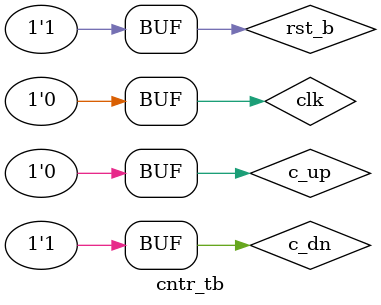
<source format=v>
module cntr #(parameter w=8)(
  input clk,rst_b,c_up,c_dn,
  output reg [w-1:0] q
);
  always @ (posedge clk, negedge rst_b) begin
    if (rst_b == 0) q <= 0;
    else if (c_up == 1) q <= q+3;
    else if (c_dn == 1) q <= q-2;
  end
endmodule

module cntr_tb; //w = 3
  reg clk,rst_b,c_up,c_dn;
  wire [2:0] q;
  
  cntr #(.w(3)) inst1(.clk(clk),.rst_b(rst_b),.c_up(c_up),.c_dn(c_dn),.q(q));
  localparam CLK_PERIOD=20;
  localparam RUNNING_CYCLES=14;
  initial begin
    $display("time\tclk\trst_b\tc_up\tc_dn\tq");
    $monitor("%4t\t%b\t%b\t%b\t%b\t%b",$time,clk,rst_b,c_up,c_dn,q);
    clk=0;
    repeat (2*RUNNING_CYCLES) #(CLK_PERIOD/2) clk=~clk;
  end
  localparam RST_DURATION=5;
  initial begin
    rst_b=0;
    #RST_DURATION rst_b=1;
  end
  initial begin
    c_up=1;
    #20 c_up=0;
    #20 c_up=1;
    #60 c_up=0;
    #60 c_up=1;
    #20 c_up=0;
  end
  initial begin
    c_dn=0;
    #20 c_dn=1;
    #40 c_dn=0;
    #100 c_dn=1;
  end
endmodule
</source>
